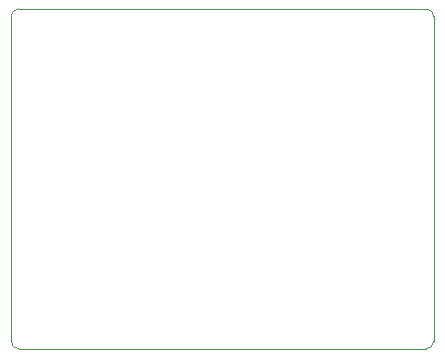
<source format=gbr>
%TF.GenerationSoftware,KiCad,Pcbnew,(6.0.5)*%
%TF.CreationDate,2023-06-17T13:18:21+02:00*%
%TF.ProjectId,PCB_Alimentacion,5043425f-416c-4696-9d65-6e746163696f,rev?*%
%TF.SameCoordinates,Original*%
%TF.FileFunction,Profile,NP*%
%FSLAX46Y46*%
G04 Gerber Fmt 4.6, Leading zero omitted, Abs format (unit mm)*
G04 Created by KiCad (PCBNEW (6.0.5)) date 2023-06-17 13:18:21*
%MOMM*%
%LPD*%
G01*
G04 APERTURE LIST*
%TA.AperFunction,Profile*%
%ADD10C,0.100000*%
%TD*%
G04 APERTURE END LIST*
D10*
X150385987Y-72249013D02*
X150385987Y-99765000D01*
X149750987Y-100400000D02*
X115249013Y-100400000D01*
X149750987Y-100400000D02*
G75*
G03*
X150385987Y-99765000I1J634999D01*
G01*
X114614013Y-99765000D02*
G75*
G03*
X115249013Y-100400000I635000J0D01*
G01*
X115249013Y-71614013D02*
G75*
G03*
X114614013Y-72249013I-1J-634999D01*
G01*
X114614013Y-99765000D02*
X114614013Y-72249013D01*
X149750987Y-71614013D02*
X115249013Y-71614013D01*
X150385987Y-72249013D02*
G75*
G03*
X149750987Y-71614013I-634999J1D01*
G01*
M02*

</source>
